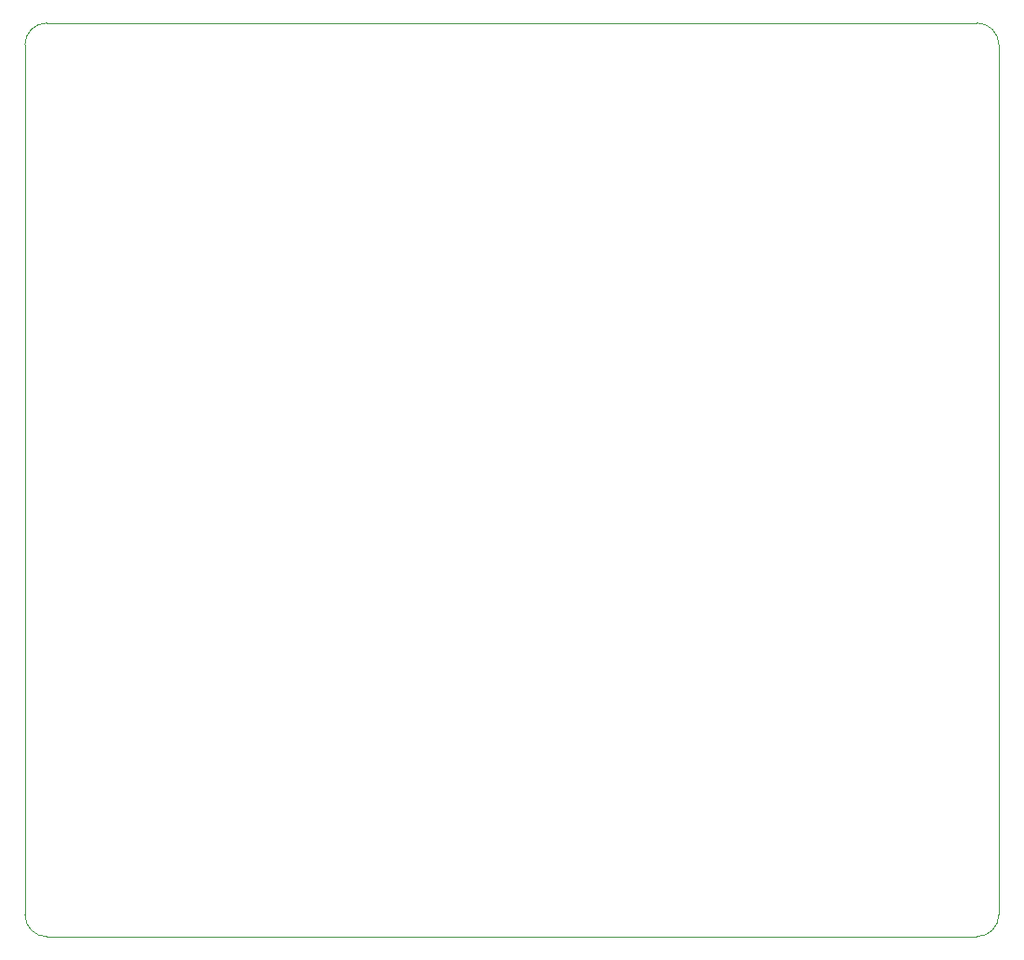
<source format=gbr>
%TF.GenerationSoftware,KiCad,Pcbnew,(6.0.7-1)-1*%
%TF.CreationDate,2022-12-28T22:22:49+00:00*%
%TF.ProjectId,pico-gps-datalogger,7069636f-2d67-4707-932d-646174616c6f,rev?*%
%TF.SameCoordinates,Original*%
%TF.FileFunction,Profile,NP*%
%FSLAX46Y46*%
G04 Gerber Fmt 4.6, Leading zero omitted, Abs format (unit mm)*
G04 Created by KiCad (PCBNEW (6.0.7-1)-1) date 2022-12-28 22:22:49*
%MOMM*%
%LPD*%
G01*
G04 APERTURE LIST*
%TA.AperFunction,Profile*%
%ADD10C,0.100000*%
%TD*%
G04 APERTURE END LIST*
D10*
X179820000Y-148140000D02*
G75*
G03*
X181820000Y-146140000I0J2000000D01*
G01*
X93160000Y-146170000D02*
X93160000Y-66900000D01*
X95160000Y-64900000D02*
G75*
G03*
X93160000Y-66900000I0J-2000000D01*
G01*
X179820000Y-148140000D02*
X95160000Y-148140000D01*
X93160000Y-146170000D02*
G75*
G03*
X95160000Y-148140000I1985000J15000D01*
G01*
X181820000Y-66900000D02*
X181820000Y-146140000D01*
X181820000Y-66900000D02*
G75*
G03*
X179820000Y-64900000I-2000000J0D01*
G01*
X95160000Y-64900000D02*
X179820000Y-64900000D01*
M02*

</source>
